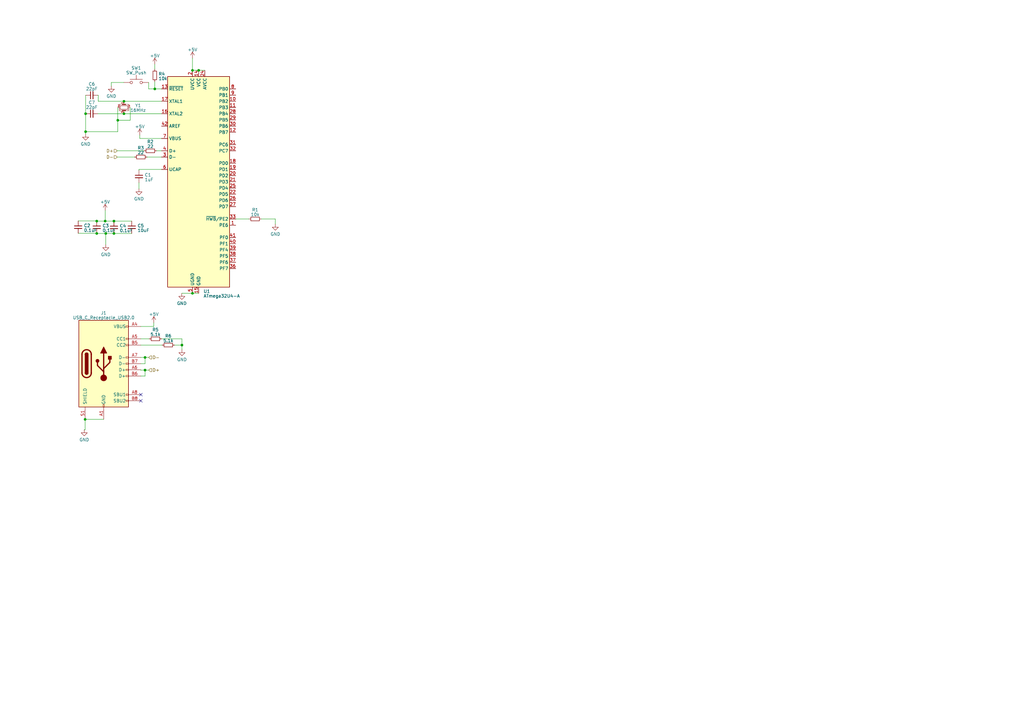
<source format=kicad_sch>
(kicad_sch (version 20230121) (generator eeschema)
  (paper "A3")
  (lib_symbols
    (symbol "Connector:USB_C_Receptacle_USB2.0" (pin_names (offset 1.016))
      (property "Reference" "J" (at -10.16 19.05 0))
      (property "Value" "USB_C_Receptacle_USB2.0" (at 19.05 19.05 0))
      (symbol "USB_C_Receptacle_USB2.0_0_0"
        (rectangle (start -0.254 -17.78) (end 0.254 -16.764))
        (rectangle (start 10.16 -14.986) (end 9.144 -15.494))
        (rectangle (start 10.16 -12.446) (end 9.144 -12.954))
        (rectangle (start 10.16 -4.826) (end 9.144 -5.334))
        (rectangle (start 10.16 -2.286) (end 9.144 -2.794))
        (rectangle (start 10.16 0.254) (end 9.144 -0.254))
        (rectangle (start 10.16 2.794) (end 9.144 2.286))
        (rectangle (start 10.16 7.874) (end 9.144 7.366))
        (rectangle (start 10.16 10.414) (end 9.144 9.906))
        (rectangle (start 10.16 15.494) (end 9.144 14.986))
      )
      (symbol "USB_C_Receptacle_USB2.0_0_1"
        (rectangle (start -10.16 17.78) (end 10.16 -17.78) (stroke (width 0.254)) (fill (type background)))
        (arc (start -8.89 -3.81) (mid -6.985 -5.7067) (end -5.08 -3.81) (stroke (width 0.508)))
        (arc (start -7.62 -3.81) (mid -6.985 -4.4423) (end -6.35 -3.81) (stroke (width 0.254)))
        (arc (start -7.62 -3.81) (mid -6.985 -4.4423) (end -6.35 -3.81) (stroke (width 0.254)) (fill (type outline)))
        (rectangle (start -7.62 -3.81) (end -6.35 3.81) (stroke (width 0.254)) (fill (type outline)))
        (arc (start -6.35 3.81) (mid -6.985 4.4423) (end -7.62 3.81) (stroke (width 0.254)))
        (arc (start -6.35 3.81) (mid -6.985 4.4423) (end -7.62 3.81) (stroke (width 0.254)) (fill (type outline)))
        (arc (start -5.08 3.81) (mid -6.985 5.7067) (end -8.89 3.81) (stroke (width 0.508)))
        (circle (center -2.54 1.143) (radius 0.635) (stroke (width 0.254)) (fill (type outline)))
        (circle (center 0 -5.842) (radius 1.27) (fill (type outline)))
        (polyline (pts (xy -8.89 -3.81) (xy -8.89 3.81)) (stroke (width 0.508)))
        (polyline (pts (xy -5.08 3.81) (xy -5.08 -3.81)) (stroke (width 0.508)))
        (polyline (pts (xy 0 -5.842) (xy 0 4.318)) (stroke (width 0.508)))
        (polyline (pts (xy 0 -3.302) (xy -2.54 -0.762) (xy -2.54 0.508)) (stroke (width 0.508)))
        (polyline (pts (xy 0 -2.032) (xy 2.54 0.508) (xy 2.54 1.778)) (stroke (width 0.508)))
        (polyline (pts (xy -1.27 4.318) (xy 0 6.858) (xy 1.27 4.318) (xy -1.27 4.318)) (stroke (width 0.254)) (fill (type outline)))
        (rectangle (start 1.905 1.778) (end 3.175 3.048) (stroke (width 0.254)) (fill (type outline)))
      )
      (symbol "USB_C_Receptacle_USB2.0_1_1"
        (pin passive line (at 0 -22.86 90) (length 5.08) (name "GND") (number "A1"))
        (pin passive line (at 0 -22.86 90) (length 5.08) hide (name "GND") (number "A12"))
        (pin passive line (at 15.24 15.24 180) (length 5.08) (name "VBUS") (number "A4"))
        (pin bidirectional line (at 15.24 10.16 180) (length 5.08) (name "CC1") (number "A5"))
        (pin bidirectional line (at 15.24 -2.54 180) (length 5.08) (name "D+") (number "A6"))
        (pin bidirectional line (at 15.24 2.54 180) (length 5.08) (name "D-") (number "A7"))
        (pin bidirectional line (at 15.24 -12.7 180) (length 5.08) (name "SBU1") (number "A8"))
        (pin passive line (at 15.24 15.24 180) (length 5.08) hide (name "VBUS") (number "A9"))
        (pin passive line (at 0 -22.86 90) (length 5.08) hide (name "GND") (number "B1"))
        (pin passive line (at 0 -22.86 90) (length 5.08) hide (name "GND") (number "B12"))
        (pin passive line (at 15.24 15.24 180) (length 5.08) hide (name "VBUS") (number "B4"))
        (pin bidirectional line (at 15.24 7.62 180) (length 5.08) (name "CC2") (number "B5"))
        (pin bidirectional line (at 15.24 -5.08 180) (length 5.08) (name "D+") (number "B6"))
        (pin bidirectional line (at 15.24 0 180) (length 5.08) (name "D-") (number "B7"))
        (pin bidirectional line (at 15.24 -15.24 180) (length 5.08) (name "SBU2") (number "B8"))
        (pin passive line (at 15.24 15.24 180) (length 5.08) hide (name "VBUS") (number "B9"))
        (pin passive line (at -7.62 -22.86 90) (length 5.08) (name "SHIELD") (number "S1"))
      )
    )
    (symbol "Device:C_Small" (pin_numbers hide) (pin_names (offset 0.254) hide)
      (property "Reference" "C" (at 0.254 1.778 0))
      (property "Value" "C_Small" (at 0.254 -2.032 0))
      (symbol "C_Small_0_1"
        (polyline (pts (xy -1.524 -0.508) (xy 1.524 -0.508)) (stroke (width 0.3302)))
        (polyline (pts (xy -1.524 0.508) (xy 1.524 0.508)) (stroke (width 0.3048)))
      )
      (symbol "C_Small_1_1"
        (pin passive line (at 0 2.54 270) (length 2.032) (name "~") (number "1"))
        (pin passive line (at 0 -2.54 90) (length 2.032) (name "~") (number "2"))
      )
    )
    (symbol "Device:Crystal_GND24_Small" (pin_names (offset 1.016) hide)
      (property "Reference" "Y" (at 1.27 4.445 0))
      (property "Value" "Crystal_GND24_Small" (at 1.27 2.54 0))
      (symbol "Crystal_GND24_Small_0_1"
        (rectangle (start -0.762 -1.524) (end 0.762 1.524))
        (polyline (pts (xy -1.27 -0.762) (xy -1.27 0.762)) (stroke (width 0.381)))
        (polyline (pts (xy 1.27 -0.762) (xy 1.27 0.762)) (stroke (width 0.381)))
        (polyline (pts (xy -1.27 -1.27) (xy -1.27 -1.905) (xy 1.27 -1.905) (xy 1.27 -1.27)))
        (polyline (pts (xy -1.27 1.27) (xy -1.27 1.905) (xy 1.27 1.905) (xy 1.27 1.27)))
      )
      (symbol "Crystal_GND24_Small_1_1"
        (pin passive line (at -2.54 0 0) (length 1.27) (name "1") (number "1"))
        (pin passive line (at 0 -2.54 90) (length 0.635) (name "2") (number "2"))
        (pin passive line (at 2.54 0 180) (length 1.27) (name "3") (number "3"))
        (pin passive line (at 0 2.54 270) (length 0.635) (name "4") (number "4"))
      )
    )
    (symbol "Device:R_Small" (pin_numbers hide) (pin_names (offset 0.254) hide)
      (property "Reference" "R" (at 0.762 0.508 0))
      (property "Value" "R_Small" (at 0.762 -1.016 0))
      (symbol "R_Small_0_1"
        (rectangle (start -0.762 1.778) (end 0.762 -1.778) (stroke (width 0.2032)))
      )
      (symbol "R_Small_1_1"
        (pin passive line (at 0 2.54 270) (length 0.762) (name "~") (number "1"))
        (pin passive line (at 0 -2.54 90) (length 0.762) (name "~") (number "2"))
      )
    )
    (symbol "MCU_Microchip_ATmega:ATmega32U4-A"
      (property "Reference" "U" (at -12.7 44.45 0))
      (property "Value" "ATmega32U4-A" (at 2.54 -44.45 0))
      (symbol "ATmega32U4-A_0_1"
        (rectangle (start -12.7 -43.18) (end 12.7 43.18) (stroke (width 0.254)) (fill (type background)))
      )
      (symbol "ATmega32U4-A_1_1"
        (pin bidirectional line (at 15.24 -17.78 180) (length 2.54) (name "PE6") (number "1"))
        (pin bidirectional line (at 15.24 33.02 180) (length 2.54) (name "PB2") (number "10"))
        (pin bidirectional line (at 15.24 30.48 180) (length 2.54) (name "PB3") (number "11"))
        (pin bidirectional line (at 15.24 20.32 180) (length 2.54) (name "PB7") (number "12"))
        (pin input line (at -15.24 38.1 0) (length 2.54) (name "~{RESET}") (number "13"))
        (pin power_in line (at 0 45.72 270) (length 2.54) (name "VCC") (number "14"))
        (pin power_in line (at 0 -45.72 90) (length 2.54) (name "GND") (number "15"))
        (pin output line (at -15.24 27.94 0) (length 2.54) (name "XTAL2") (number "16"))
        (pin input line (at -15.24 33.02 0) (length 2.54) (name "XTAL1") (number "17"))
        (pin bidirectional line (at 15.24 7.62 180) (length 2.54) (name "PD0") (number "18"))
        (pin bidirectional line (at 15.24 5.08 180) (length 2.54) (name "PD1") (number "19"))
        (pin power_in line (at -2.54 45.72 270) (length 2.54) (name "UVCC") (number "2"))
        (pin bidirectional line (at 15.24 2.54 180) (length 2.54) (name "PD2") (number "20"))
        (pin bidirectional line (at 15.24 0 180) (length 2.54) (name "PD3") (number "21"))
        (pin bidirectional line (at 15.24 -5.08 180) (length 2.54) (name "PD5") (number "22"))
        (pin passive line (at 0 -45.72 90) (length 2.54) hide (name "GND") (number "23"))
        (pin power_in line (at 2.54 45.72 270) (length 2.54) (name "AVCC") (number "24"))
        (pin bidirectional line (at 15.24 -2.54 180) (length 2.54) (name "PD4") (number "25"))
        (pin bidirectional line (at 15.24 -7.62 180) (length 2.54) (name "PD6") (number "26"))
        (pin bidirectional line (at 15.24 -10.16 180) (length 2.54) (name "PD7") (number "27"))
        (pin bidirectional line (at 15.24 27.94 180) (length 2.54) (name "PB4") (number "28"))
        (pin bidirectional line (at 15.24 25.4 180) (length 2.54) (name "PB5") (number "29"))
        (pin bidirectional line (at -15.24 10.16 0) (length 2.54) (name "D-") (number "3"))
        (pin bidirectional line (at 15.24 22.86 180) (length 2.54) (name "PB6") (number "30"))
        (pin bidirectional line (at 15.24 15.24 180) (length 2.54) (name "PC6") (number "31"))
        (pin bidirectional line (at 15.24 12.7 180) (length 2.54) (name "PC7") (number "32"))
        (pin bidirectional line (at 15.24 -15.24 180) (length 2.54) (name "~{HWB}/PE2") (number "33"))
        (pin passive line (at 0 45.72 270) (length 2.54) hide (name "VCC") (number "34"))
        (pin passive line (at 0 -45.72 90) (length 2.54) hide (name "GND") (number "35"))
        (pin bidirectional line (at 15.24 -35.56 180) (length 2.54) (name "PF7") (number "36"))
        (pin bidirectional line (at 15.24 -33.02 180) (length 2.54) (name "PF6") (number "37"))
        (pin bidirectional line (at 15.24 -30.48 180) (length 2.54) (name "PF5") (number "38"))
        (pin bidirectional line (at 15.24 -27.94 180) (length 2.54) (name "PF4") (number "39"))
        (pin bidirectional line (at -15.24 12.7 0) (length 2.54) (name "D+") (number "4"))
        (pin bidirectional line (at 15.24 -25.4 180) (length 2.54) (name "PF1") (number "40"))
        (pin bidirectional line (at 15.24 -22.86 180) (length 2.54) (name "PF0") (number "41"))
        (pin passive line (at -15.24 22.86 0) (length 2.54) (name "AREF") (number "42"))
        (pin passive line (at 0 -45.72 90) (length 2.54) hide (name "GND") (number "43"))
        (pin passive line (at 2.54 45.72 270) (length 2.54) hide (name "AVCC") (number "44"))
        (pin passive line (at -2.54 -45.72 90) (length 2.54) (name "UGND") (number "5"))
        (pin passive line (at -15.24 5.08 0) (length 2.54) (name "UCAP") (number "6"))
        (pin input line (at -15.24 17.78 0) (length 2.54) (name "VBUS") (number "7"))
        (pin bidirectional line (at 15.24 38.1 180) (length 2.54) (name "PB0") (number "8"))
        (pin bidirectional line (at 15.24 35.56 180) (length 2.54) (name "PB1") (number "9"))
      )
    )
    (symbol "Switch:SW_Push" (pin_numbers hide) (pin_names (offset 1.016) hide)
      (property "Reference" "SW" (at 1.27 2.54 0))
      (property "Value" "SW_Push" (at 0 -1.524 0))
      (symbol "SW_Push_0_1"
        (circle (center -2.032 0) (radius 0.508))
        (polyline (pts (xy 0 1.27) (xy 0 3.048)))
        (polyline (pts (xy 2.54 1.27) (xy -2.54 1.27)))
        (circle (center 2.032 0) (radius 0.508))
        (pin passive line (at -5.08 0 0) (length 2.54) (name "1") (number "1"))
        (pin passive line (at 5.08 0 180) (length 2.54) (name "2") (number "2"))
      )
    )
    (symbol "power:+5V" (power) (pin_names (offset 0))
      (property "Value" "+5V" (at 0 3.556 0))
      (symbol "+5V_0_1"
        (polyline (pts (xy -0.762 1.27) (xy 0 2.54)))
        (polyline (pts (xy 0 0) (xy 0 2.54)))
        (polyline (pts (xy 0 2.54) (xy 0.762 1.27)))
      )
      (symbol "+5V_1_1"
        (pin power_in line (at 0 0 90) (length 0) hide (name "+5V") (number "1"))
      )
    )
    (symbol "power:GND" (power) (pin_names (offset 0))
      (property "Value" "GND" (at 0 -3.81 0))
      (symbol "GND_0_1"
        (polyline (pts (xy 0 0) (xy 0 -1.27) (xy 1.27 -1.27) (xy 0 -2.54) (xy -1.27 -1.27) (xy 0 -1.27)))
      )
      (symbol "GND_1_1"
        (pin power_in line (at 0 0 270) (length 0) hide (name "GND") (number "1"))
      )
    )
  )
  (junction (at 46.736 95.758))
  (junction (at 43.3832 95.758))
  (junction (at 34.8996 172.0088))
  (junction (at 46.736 90.678))
  (junction (at 35.1028 46.6344))
  (junction (at 35.1028 54.0004))
  (junction (at 39.6748 95.758))
  (junction (at 48.3108 49.3268))
  (junction (at 81.4832 28.8544))
  (junction (at 43.1292 90.678))
  (junction (at 50.8508 46.6344))
  (junction (at 59.4868 146.6088))
  (junction (at 50.8508 41.5544))
  (junction (at 78.9432 120.2944))
  (junction (at 39.6748 90.678))
  (junction (at 63.5 36.4744))
  (junction (at 78.9432 28.8544))
  (junction (at 59.4868 151.7904))
  (junction (at 74.6252 141.5288))
  (no_connect (at 57.7596 164.3888))
  (no_connect (at 57.7596 161.8488))
  (wire (pts (xy 35.1028 54.0004) (xy 48.3108 54.0004)))
  (wire (pts (xy 50.8508 46.6344) (xy 40.1828 46.6344)))
  (wire (pts (xy 50.8508 41.5544) (xy 66.2432 41.5544)))
  (wire (pts (xy 48.3108 49.3268) (xy 48.3108 54.0004)))
  (wire (pts (xy 74.6252 138.9888) (xy 74.6252 141.5288)))
  (wire (pts (xy 57.7596 133.9088) (xy 63.0936 133.9088)))
  (wire (pts (xy 46.736 95.758) (xy 54.0512 95.758)))
  (wire (pts (xy 107.188 89.8144) (xy 112.9284 89.8144)))
  (wire (pts (xy 78.9432 28.8544) (xy 81.4832 28.8544)))
  (wire (pts (xy 43.1292 86.3092) (xy 43.1292 90.678)))
  (wire (pts (xy 45.6692 35.306) (xy 45.6692 33.8328)))
  (wire (pts (xy 35.1028 54.0004) (xy 35.1028 54.9656)))
  (wire (pts (xy 66.2432 69.4944) (xy 56.9976 69.4944)))
  (wire (pts (xy 78.9432 120.2944) (xy 74.5744 120.2944)))
  (wire (pts (xy 57.7596 141.5288) (xy 66.4972 141.5288)))
  (wire (pts (xy 46.736 90.678) (xy 54.0512 90.678)))
  (wire (pts (xy 48.3108 44.0944) (xy 48.3108 49.3268)))
  (wire (pts (xy 57.7596 151.7904) (xy 57.7596 151.6888)))
  (wire (pts (xy 63.0936 133.9088) (xy 63.0936 132.3848)))
  (wire (pts (xy 57.3532 56.7944) (xy 57.3532 55.4228)))
  (wire (pts (xy 43.1292 90.678) (xy 46.736 90.678)))
  (wire (pts (xy 39.6748 90.678) (xy 43.1292 90.678)))
  (wire (pts (xy 34.8996 172.0088) (xy 34.8996 176.2252)))
  (wire (pts (xy 96.7232 89.8144) (xy 102.108 89.8144)))
  (wire (pts (xy 43.3832 95.758) (xy 43.3832 100.2792)))
  (wire (pts (xy 40.2844 41.5544) (xy 50.8508 41.5544)))
  (wire (pts (xy 78.9432 120.2944) (xy 81.4832 120.2944)))
  (wire (pts (xy 39.6748 95.7072) (xy 39.6748 95.758)))
  (wire (pts (xy 57.7596 154.2288) (xy 59.4868 154.2288)))
  (wire (pts (xy 71.5772 141.5288) (xy 74.6252 141.5288)))
  (wire (pts (xy 50.8508 46.6344) (xy 66.2432 46.6344)))
  (wire (pts (xy 40.2844 39.0652) (xy 40.2844 41.5544)))
  (wire (pts (xy 43.3832 95.758) (xy 46.736 95.758)))
  (wire (pts (xy 57.7596 138.9888) (xy 61.214 138.9888)))
  (wire (pts (xy 35.1028 46.6344) (xy 35.1028 54.0004)))
  (wire (pts (xy 39.6748 90.6272) (xy 39.6748 90.678)))
  (wire (pts (xy 34.8996 172.0088) (xy 42.5196 172.0088)))
  (wire (pts (xy 60.96 33.8328) (xy 60.96 36.4744)))
  (wire (pts (xy 61.0108 151.7904) (xy 59.4868 151.7904)))
  (wire (pts (xy 57.7596 149.1488) (xy 59.4868 149.1488)))
  (wire (pts (xy 53.3908 44.0944) (xy 53.3908 49.3268)))
  (wire (pts (xy 35.1028 39.0652) (xy 35.1028 46.6344)))
  (wire (pts (xy 48.0568 61.8744) (xy 59.1312 61.8744)))
  (wire (pts (xy 45.6692 33.8328) (xy 50.8 33.8328)))
  (wire (pts (xy 63.5 33.4772) (xy 63.5 36.4744)))
  (wire (pts (xy 56.9976 69.4944) (xy 56.9976 69.85)))
  (wire (pts (xy 40.2844 39.0652) (xy 40.1828 39.0652)))
  (wire (pts (xy 63.5 36.4744) (xy 60.96 36.4744)))
  (wire (pts (xy 66.2432 61.8744) (xy 64.2112 61.8744)))
  (wire (pts (xy 48.3108 49.3268) (xy 53.3908 49.3268)))
  (wire (pts (xy 59.4868 151.7904) (xy 57.7596 151.7904)))
  (wire (pts (xy 66.2432 36.4744) (xy 63.5 36.4744)))
  (wire (pts (xy 46.736 90.7288) (xy 46.736 90.678)))
  (wire (pts (xy 32.0548 90.6272) (xy 39.6748 90.6272)))
  (wire (pts (xy 112.9284 89.8144) (xy 112.9284 91.8972)))
  (wire (pts (xy 81.4832 28.8544) (xy 84.0232 28.8544)))
  (wire (pts (xy 78.9432 23.876) (xy 78.9432 28.8544)))
  (wire (pts (xy 48.0568 64.4144) (xy 55.2196 64.4144)))
  (wire (pts (xy 66.2432 56.7944) (xy 57.3532 56.7944)))
  (wire (pts (xy 66.294 138.9888) (xy 74.6252 138.9888)))
  (wire (pts (xy 59.4868 146.6088) (xy 61.0108 146.6088)))
  (wire (pts (xy 34.8996 176.2252) (xy 34.544 176.2252)))
  (wire (pts (xy 56.9976 74.93) (xy 56.9976 77.4192)))
  (wire (pts (xy 66.2432 64.4144) (xy 60.2996 64.4144)))
  (wire (pts (xy 32.0548 95.7072) (xy 39.6748 95.7072)))
  (wire (pts (xy 46.736 95.8088) (xy 46.736 95.758)))
  (wire (pts (xy 59.4868 154.2288) (xy 59.4868 151.7904)))
  (wire (pts (xy 59.4868 149.1488) (xy 59.4868 146.6088)))
  (wire (pts (xy 74.6252 141.5288) (xy 74.6252 143.3576)))
  (wire (pts (xy 39.6748 95.758) (xy 43.3832 95.758)))
  (wire (pts (xy 63.5 28.3972) (xy 63.5 26.3652)))
  (wire (pts (xy 57.7596 146.6088) (xy 59.4868 146.6088)))
  (hierarchical_label "D-" (shape input) (at 48.0568 64.4144 180))
  (hierarchical_label "D+" (shape input) (at 61.0108 151.7904 0))
  (hierarchical_label "D+" (shape input) (at 48.0568 61.8744 180))
  (hierarchical_label "D-" (shape input) (at 61.0108 146.6088 0))
  (symbol (lib_id "power:+5V") (at 43.1292 86.3092 0) (unit 1)
    (property "Reference" "#PWR05" (effects hide))
    (property "Value" "+5V" (at 43.1292 82.8073 0))
  )
  (symbol (lib_id "Switch:SW_Push") (at 55.88 33.8328 0) (unit 1)
    (property "Reference" "SW1" (at 55.88 27.9019 0))
    (property "Value" "SW_Push" (at 55.88 29.8229 0))
  )
  (symbol (lib_id "power:GND") (at 35.1028 54.9656 0) (unit 1)
    (property "Reference" "#PWR08" (effects hide))
    (property "Value" "GND" (at 35.1028 59.1011 0))
  )
  (symbol (lib_id "power:GND") (at 43.3832 100.2792 0) (unit 1)
    (property "Reference" "#PWR06" (effects hide))
    (property "Value" "GND" (at 43.3832 104.4147 0))
  )
  (symbol (lib_id "power:GND") (at 56.9976 77.4192 0) (unit 1)
    (property "Reference" "#PWR04" (effects hide))
    (property "Value" "GND" (at 56.9976 81.5547 0))
  )
  (symbol (lib_id "Device:C_Small") (at 39.6748 93.218 0) (unit 1)
    (property "Reference" "C3" (at 41.9989 92.5806 0) (effects (justify left)))
    (property "Value" "0.1uF" (at 41.9989 94.5016 0) (effects (justify left)))
  )
  (symbol (lib_id "power:+5V") (at 63.5 26.3652 0) (unit 1)
    (property "Reference" "#PWR010" (effects hide))
    (property "Value" "+5V" (at 63.5 22.8633 0))
  )
  (symbol (lib_id "power:+5V") (at 78.9432 23.876 0) (unit 1)
    (property "Reference" "#PWR01" (effects hide))
    (property "Value" "+5V" (at 78.9432 20.3741 0))
  )
  (symbol (lib_id "power:GND") (at 112.9284 91.8972 0) (unit 1)
    (property "Reference" "#PWR03" (effects hide))
    (property "Value" "GND" (at 112.9284 96.0327 0))
  )
  (symbol (lib_id "Device:R_Small") (at 57.7596 64.4144 90) (unit 1)
    (property "Reference" "R3" (at 57.7596 60.6679 90))
    (property "Value" "22" (at 57.7596 62.5889 90))
  )
  (symbol (lib_id "Connector:USB_C_Receptacle_USB2.0") (at 42.5196 149.1488 0) (unit 1)
    (property "Reference" "J1" (at 42.5196 128.3589 0))
    (property "Value" "USB_C_Receptacle_USB2.0" (at 42.5196 130.2799 0))
    (property "Datasheet" "https://www.usb.org/sites/default/files/documents/usb_type-c.zip" (effects hide))
  )
  (symbol (lib_id "power:+5V") (at 63.0936 132.3848 0) (unit 1)
    (property "Reference" "#PWR012" (effects hide))
    (property "Value" "+5V" (at 63.0936 128.8829 0))
  )
  (symbol (lib_id "Device:R_Small") (at 61.6712 61.8744 90) (unit 1)
    (property "Reference" "R2" (at 61.6712 58.1279 90))
    (property "Value" "22" (at 61.6712 60.0489 90))
  )
  (symbol (lib_id "power:GND") (at 74.6252 143.3576 0) (unit 1)
    (property "Reference" "#PWR013" (effects hide))
    (property "Value" "GND" (at 74.6252 147.4931 0))
  )
  (symbol (lib_id "power:GND") (at 45.6692 35.306 0) (unit 1)
    (property "Reference" "#PWR09" (effects hide))
    (property "Value" "GND" (at 45.6692 39.4415 0))
  )
  (symbol (lib_id "Device:C_Small") (at 37.6428 39.0652 90) (unit 1)
    (property "Reference" "C6" (at 37.6491 34.4932 90))
    (property "Value" "22pF" (at 37.6491 36.4142 90))
  )
  (symbol (lib_id "Device:C_Small") (at 54.0512 93.218 0) (unit 1)
    (property "Reference" "C5" (at 56.3753 92.5806 0) (effects (justify left)))
    (property "Value" "10uF" (at 56.3753 94.5016 0) (effects (justify left)))
  )
  (symbol (lib_id "Device:C_Small") (at 46.736 93.2688 0) (unit 1)
    (property "Reference" "C4" (at 49.0601 92.6314 0) (effects (justify left)))
    (property "Value" "0.1uF" (at 49.0601 94.5524 0) (effects (justify left)))
  )
  (symbol (lib_id "Device:C_Small") (at 32.0548 93.1672 0) (unit 1)
    (property "Reference" "C2" (at 34.3789 92.5298 0) (effects (justify left)))
    (property "Value" "0.1uF" (at 34.3789 94.4508 0) (effects (justify left)))
  )
  (symbol (lib_id "Device:R_Small") (at 63.5 30.9372 0) (unit 1)
    (property "Reference" "R4" (at 64.9986 30.2935 0) (effects (justify left)))
    (property "Value" "10k" (at 64.9986 32.2145 0) (effects (justify left)))
  )
  (symbol (lib_id "Device:C_Small") (at 56.9976 72.39 0) (unit 1)
    (property "Reference" "C1" (at 59.3217 71.7526 0) (effects (justify left)))
    (property "Value" "1uF" (at 59.3217 73.6736 0) (effects (justify left)))
  )
  (symbol (lib_id "MCU_Microchip_ATmega:ATmega32U4-A") (at 81.4832 74.5744 0) (unit 1)
    (property "Reference" "U1" (at 83.4391 119.4769 0) (effects (justify left)))
    (property "Value" "ATmega32U4-A" (at 83.4391 121.3979 0) (effects (justify left)))
    (property "Footprint" "Package_QFP:TQFP-44_10x10mm_P0.8mm" (effects hide))
    (property "Datasheet" "http://ww1.microchip.com/downloads/en/DeviceDoc/Atmel-7766-8-bit-AVR-ATmega16U4-32U4_Datasheet.pdf" (effects hide))
  )
  (symbol (lib_id "Device:R_Small") (at 69.0372 141.5288 90) (unit 1)
    (property "Reference" "R6" (at 69.0372 137.7823 90))
    (property "Value" "5.1k" (at 69.0372 139.7033 90))
  )
  (symbol (lib_id "Device:C_Small") (at 37.6428 46.6344 90) (unit 1)
    (property "Reference" "C7" (at 37.6491 42.0624 90))
    (property "Value" "22pF" (at 37.6491 43.9834 90))
  )
  (symbol (lib_id "power:GND") (at 34.544 176.2252 0) (unit 1)
    (property "Reference" "#PWR011" (effects hide))
    (property "Value" "GND" (at 34.544 180.3607 0))
  )
  (symbol (lib_id "power:GND") (at 74.5744 120.2944 0) (unit 1)
    (property "Reference" "#PWR02" (effects hide))
    (property "Value" "GND" (at 74.5744 124.4299 0))
  )
  (symbol (lib_id "power:+5V") (at 57.3532 55.4228 0) (unit 1)
    (property "Reference" "#PWR07" (effects hide))
    (property "Value" "+5V" (at 57.3532 51.9209 0))
  )
  (symbol (lib_id "Device:R_Small") (at 63.754 138.9888 90) (unit 1)
    (property "Reference" "R5" (at 63.754 135.2423 90))
    (property "Value" "5.1k" (at 63.754 137.1633 90))
  )
  (symbol (lib_id "Device:Crystal_GND24_Small") (at 50.8508 44.0944 270) (unit 1)
    (property "Reference" "Y1" (at 56.642 43.291 90))
    (property "Value" "16MHz" (at 56.642 45.212 90))
  )
  (symbol (lib_id "Device:R_Small") (at 104.648 89.8144 90) (unit 1)
    (property "Reference" "R1" (at 104.648 86.0679 90))
    (property "Value" "10k" (at 104.648 87.9889 90))
  )
)
</source>
